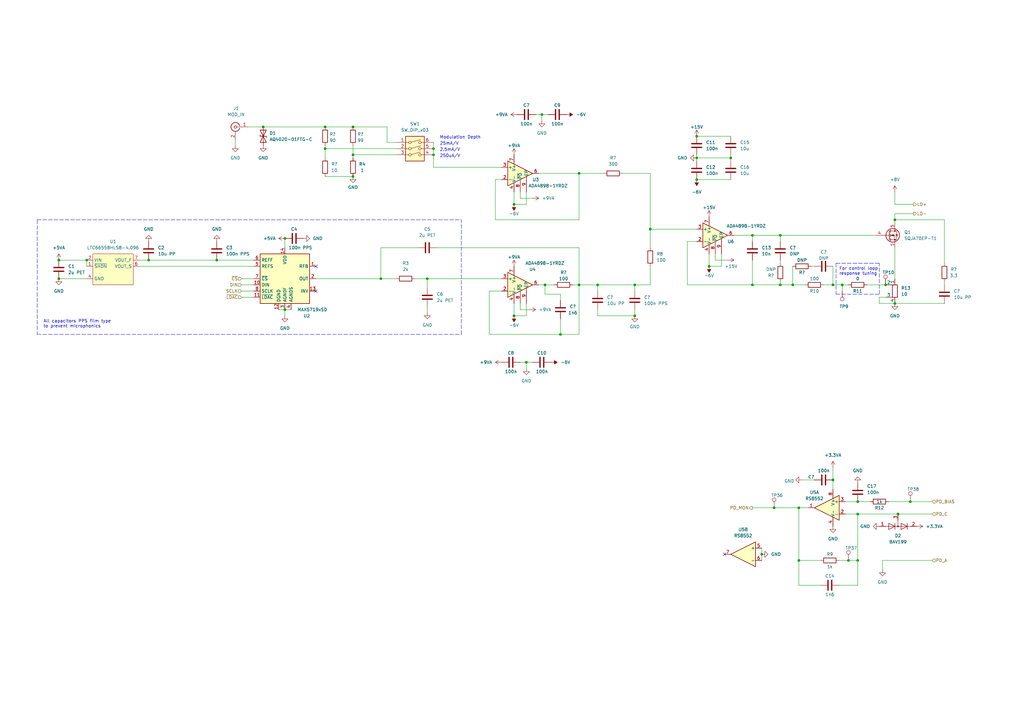
<source format=kicad_sch>
(kicad_sch (version 20211123) (generator eeschema)
  (paper "A3")
  (title_block (title "Kirdy") (date "2022-07-03") (rev "r0.1") (company "M-Labs") (comment 1 "Alex Wong Tat Hang"))
  (lib_symbols
    (symbol "Amplifier_Operational:ADA4898-1YRDZ" (pin_names (offset 0.127))
      (property "Reference" "U" (at 3.81 3.81 0))
      (property "Value" "ADA4898-1YRDZ" (at 11.43 -2.54 0))
      (symbol "ADA4898-1YRDZ_1_1"
        (polyline (pts (xy -5.08 5.08) (xy 5.08 0) (xy -5.08 -5.08) (xy -5.08 5.08)) (stroke (width 0.254)) (fill (type background)))
        (pin input line (at -7.62 -2.54 0) (length 2.54) (name "-") (number "2"))
        (pin input line (at -7.62 2.54 0) (length 2.54) (name "+") (number "3"))
        (pin power_in line (at -2.54 -7.62 90) (length 3.81) (name "V-") (number "4"))
        (pin output line (at 7.62 0 180) (length 2.54) (name "~") (number "6"))
        (pin power_in line (at -2.54 7.62 270) (length 3.81) (name "V+") (number "7"))
        (pin input line (at 0 -7.62 90) (length 5.08) (name "~{PD}") (number "8"))
        (pin passive line (at 2.54 -7.62 90) (length 6.35) (name "EP") (number "9"))
      )
    )
    (symbol "Analog_DAC:MAX5719xSD"
      (property "Reference" "U" (at -10.16 11.43 0))
      (property "Value" "MAX5719xSD" (at 1.27 11.43 0))
      (symbol "MAX5719xSD_0_1"
        (rectangle (start -10.16 10.16) (end 10.16 -10.16) (stroke (width 0.254)) (fill (type background)))
      )
      (symbol "MAX5719xSD_1_1"
        (pin passive line (at 12.7 5.08 180) (length 2.54) (name "RFB") (number "1"))
        (pin input line (at -12.7 -2.54 0) (length 2.54) (name "DIN") (number "10"))
        (pin input line (at -12.7 -7.62 0) (length 2.54) (name "~{LDAC}") (number "11"))
        (pin power_in line (at -2.54 -12.7 90) (length 2.54) (name "DGND") (number "12"))
        (pin passive line (at 12.7 -5.08 180) (length 2.54) (name "INV") (number "13"))
        (pin power_in line (at 0 12.7 270) (length 2.54) (name "VDD") (number "14"))
        (pin output line (at 12.7 0 180) (length 2.54) (name "OUT") (number "2"))
        (pin power_in line (at 0 -12.7 90) (length 2.54) (name "AGNDF") (number "3"))
        (pin power_in line (at 2.54 -12.7 90) (length 2.54) (name "AGNDS") (number "4"))
        (pin input line (at -12.7 5.08 0) (length 2.54) (name "REFS") (number "5"))
        (pin input line (at -12.7 7.62 0) (length 2.54) (name "REFF") (number "6"))
        (pin input line (at -12.7 0 0) (length 2.54) (name "~{CS}") (number "7"))
        (pin input line (at -12.7 -5.08 0) (length 2.54) (name "SCLK") (number "8"))
        (pin no_connect line (at 10.16 -7.62 180) (length 2.54) hide (name "NC") (number "9"))
      )
    )
    (symbol "Connector:Conn_Coaxial" (pin_names (offset 1.016) hide)
      (property "Reference" "J" (at 0.254 3.048 0))
      (property "Value" "Conn_Coaxial" (at 2.921 0 90))
      (symbol "Conn_Coaxial_0_1"
        (arc (start -1.778 -0.508) (mid 0.222 -1.808) (end 1.778 0) (stroke (width 0.254)))
        (polyline (pts (xy -2.54 0) (xy -0.508 0)))
        (polyline (pts (xy 0 -2.54) (xy 0 -1.778)))
        (circle (center 0 0) (radius 0.508) (stroke (width 0.2032)))
        (arc (start 1.778 0) (mid 0.222 1.8083) (end -1.778 0.508) (stroke (width 0.254)))
      )
      (symbol "Conn_Coaxial_1_1"
        (pin passive line (at -5.08 0 0) (length 2.54) (name "In") (number "1"))
        (pin passive line (at 0 -5.08 90) (length 2.54) (name "Ext") (number "2"))
      )
    )
    (symbol "Connector:TestPoint" (pin_numbers hide) (pin_names (offset 0.762) hide)
      (property "Reference" "TP" (at 0 6.858 0))
      (property "Value" "TestPoint" (at 0 5.08 0))
      (symbol "TestPoint_0_1"
        (circle (center 0 3.302) (radius 0.762))
      )
      (symbol "TestPoint_1_1"
        (pin passive line (at 0 0 90) (length 2.54) (name "1") (number "1"))
      )
    )
    (symbol "Device:C" (pin_numbers hide) (pin_names (offset 0.254))
      (property "Reference" "C" (at 0.635 2.54 0))
      (property "Value" "C" (at 0.635 -2.54 0))
      (symbol "C_0_1"
        (polyline (pts (xy -2.032 -0.762) (xy 2.032 -0.762)) (stroke (width 0.508)))
        (polyline (pts (xy -2.032 0.762) (xy 2.032 0.762)) (stroke (width 0.508)))
      )
      (symbol "C_1_1"
        (pin passive line (at 0 3.81 270) (length 2.794) (name "~") (number "1"))
        (pin passive line (at 0 -3.81 90) (length 2.794) (name "~") (number "2"))
      )
    )
    (symbol "Device:D_TVS" (pin_numbers hide) (pin_names (offset 1.016) hide)
      (property "Reference" "D" (at 0 2.54 0))
      (property "Value" "D_TVS" (at 0 -2.54 0))
      (symbol "D_TVS_0_1"
        (polyline (pts (xy 1.27 0) (xy -1.27 0)))
        (polyline (pts (xy 0.508 1.27) (xy 0 1.27) (xy 0 -1.27) (xy -0.508 -1.27)) (stroke (width 0.254)))
        (polyline (pts (xy -2.54 1.27) (xy -2.54 -1.27) (xy 2.54 1.27) (xy 2.54 -1.27) (xy -2.54 1.27)) (stroke (width 0.254)))
      )
      (symbol "D_TVS_1_1"
        (pin passive line (at -3.81 0 0) (length 2.54) (name "A1") (number "1"))
        (pin passive line (at 3.81 0 180) (length 2.54) (name "A2") (number "2"))
      )
    )
    (symbol "Device:R" (pin_numbers hide) (pin_names (offset 0))
      (property "Reference" "R" (at 2.032 0 90))
      (property "Value" "R" (at 0 0 90))
      (symbol "R_0_1"
        (rectangle (start -1.016 -2.54) (end 1.016 2.54) (stroke (width 0.254)))
      )
      (symbol "R_1_1"
        (pin passive line (at 0 3.81 270) (length 1.27) (name "~") (number "1"))
        (pin passive line (at 0 -3.81 90) (length 1.27) (name "~") (number "2"))
      )
    )
    (symbol "Device:R_Shunt" (pin_numbers hide) (pin_names (offset 0))
      (property "Reference" "R" (at -4.445 0 90))
      (property "Value" "R_Shunt" (at -2.54 0 90))
      (symbol "R_Shunt_0_1"
        (rectangle (start -1.016 -2.54) (end 1.016 2.54) (stroke (width 0.254)))
        (polyline (pts (xy 0 -2.54) (xy 1.27 -2.54)))
        (polyline (pts (xy 1.27 2.54) (xy 0 2.54)))
      )
      (symbol "R_Shunt_1_1"
        (pin passive line (at 0 5.08 270) (length 2.54) (name "1") (number "1"))
        (pin passive line (at 3.81 2.54 180) (length 2.54) (name "2") (number "2"))
        (pin passive line (at 3.81 -2.54 180) (length 2.54) (name "3") (number "3"))
        (pin passive line (at 0 -5.08 90) (length 2.54) (name "4") (number "4"))
      )
    )
    (symbol "Diode:BAV99" (pin_names hide)
      (property "Reference" "D" (at 0 5.08 0))
      (property "Value" "BAV99" (at 0 2.54 0))
      (symbol "BAV99_0_1"
        (polyline (pts (xy -5.08 0) (xy 5.08 0)))
      )
      (symbol "BAV99_1_1"
        (polyline (pts (xy 0 0) (xy 0 -2.54)))
        (polyline (pts (xy -1.27 -1.27) (xy -1.27 1.27) (xy -1.27 1.27)) (stroke (width 0.2032)))
        (polyline (pts (xy 3.81 1.27) (xy 3.81 -1.27) (xy 3.81 -1.27)) (stroke (width 0.2032)))
        (polyline (pts (xy -3.81 1.27) (xy -1.27 0) (xy -3.81 -1.27) (xy -3.81 1.27) (xy -3.81 1.27) (xy -3.81 1.27)) (stroke (width 0.2032)))
        (polyline (pts (xy 1.27 1.27) (xy 3.81 0) (xy 1.27 -1.27) (xy 1.27 1.27) (xy 1.27 1.27) (xy 1.27 1.27)) (stroke (width 0.2032)))
        (circle (center 0 0) (radius 0.254) (fill (type outline)))
        (pin passive line (at -7.62 0 0) (length 2.54) (name "K") (number "1"))
        (pin passive line (at 7.62 0 180) (length 2.54) (name "A") (number "2"))
        (pin passive line (at 0 -5.08 90) (length 2.54) (name "K") (number "3"))
      )
    )
    (symbol "Switch:SW_DIP_x03" (pin_names (offset 0) hide)
      (property "Reference" "SW" (at 0 8.89 0))
      (property "Value" "SW_DIP_x03" (at 0 -3.81 0))
      (symbol "SW_DIP_x03_0_0"
        (circle (center -2.032 0) (radius 0.508))
        (circle (center -2.032 2.54) (radius 0.508))
        (circle (center -2.032 5.08) (radius 0.508))
        (polyline (pts (xy -1.524 0.127) (xy 2.3622 1.1684)))
        (polyline (pts (xy -1.524 2.667) (xy 2.3622 3.7084)))
        (polyline (pts (xy -1.524 5.207) (xy 2.3622 6.2484)))
        (circle (center 2.032 0) (radius 0.508))
        (circle (center 2.032 2.54) (radius 0.508))
        (circle (center 2.032 5.08) (radius 0.508))
      )
      (symbol "SW_DIP_x03_0_1"
        (rectangle (start -3.81 7.62) (end 3.81 -2.54) (stroke (width 0.254)) (fill (type background)))
      )
      (symbol "SW_DIP_x03_1_1"
        (pin passive line (at -7.62 5.08 0) (length 5.08) (name "~") (number "1"))
        (pin passive line (at -7.62 2.54 0) (length 5.08) (name "~") (number "2"))
        (pin passive line (at -7.62 0 0) (length 5.08) (name "~") (number "3"))
        (pin passive line (at 7.62 0 180) (length 5.08) (name "~") (number "4"))
        (pin passive line (at 7.62 2.54 180) (length 5.08) (name "~") (number "5"))
        (pin passive line (at 7.62 5.08 180) (length 5.08) (name "~") (number "6"))
      )
    )
    (symbol "Transistor_FET:CSD17507Q5A" (pin_names hide)
      (property "Reference" "Q" (at 5.08 1.905 0))
      (property "Value" "CSD17507Q5A" (at 5.08 0 0))
      (symbol "CSD17507Q5A_0_1"
        (polyline (pts (xy 0.254 0) (xy -2.54 0)))
        (polyline (pts (xy 0.254 1.905) (xy 0.254 -1.905)) (stroke (width 0.254)))
        (polyline (pts (xy 0.762 -1.27) (xy 0.762 -2.286)) (stroke (width 0.254)))
        (polyline (pts (xy 0.762 0.508) (xy 0.762 -0.508)) (stroke (width 0.254)))
        (polyline (pts (xy 0.762 2.286) (xy 0.762 1.27)) (stroke (width 0.254)))
        (polyline (pts (xy 2.54 2.54) (xy 2.54 1.778)))
        (polyline (pts (xy 2.54 -2.54) (xy 2.54 0) (xy 0.762 0)))
        (polyline (pts (xy 0.762 -1.778) (xy 3.302 -1.778) (xy 3.302 1.778) (xy 0.762 1.778)))
        (polyline (pts (xy 1.016 0) (xy 2.032 0.381) (xy 2.032 -0.381) (xy 1.016 0)) (fill (type outline)))
        (polyline (pts (xy 2.794 0.508) (xy 2.921 0.381) (xy 3.683 0.381) (xy 3.81 0.254)))
        (polyline (pts (xy 3.302 0.381) (xy 2.921 -0.254) (xy 3.683 -0.254) (xy 3.302 0.381)))
        (circle (center 1.651 0) (radius 2.794) (stroke (width 0.254)))
        (circle (center 2.54 -1.778) (radius 0.254) (fill (type outline)))
        (circle (center 2.54 1.778) (radius 0.254) (fill (type outline)))
      )
      (symbol "CSD17507Q5A_1_1"
        (pin passive line (at 2.54 -5.08 90) (length 2.54) (name "S") (number "1"))
        (pin passive line (at 2.54 -5.08 90) (length 2.54) hide (name "S") (number "2"))
        (pin passive line (at 2.54 -5.08 90) (length 2.54) hide (name "S") (number "3"))
        (pin passive line (at -5.08 0 0) (length 2.54) (name "G") (number "4"))
        (pin passive line (at 2.54 5.08 270) (length 2.54) (name "D") (number "5"))
      )
    )
    (symbol "kirdy:LTC6655"
      (property "Reference" "U" (at 0 -10.16 0))
      (property "Value" "LTC6655" (at 0 -7.62 0))
      (symbol "LTC6655_0_0"
        (pin input line (at -10.16 2.54 0) (length 2.54) (name "~{SHDN}") (number "1"))
        (pin power_in line (at -10.16 5.08 0) (length 2.54) (name "VIN") (number "2"))
        (pin power_in line (at -10.16 -2.54 0) (length 2.54) hide (name "GND") (number "3"))
        (pin power_in line (at -10.16 -2.54 0) (length 2.54) (name "GND") (number "4"))
        (pin power_in line (at -10.16 -2.54 0) (length 2.54) hide (name "GND") (number "5"))
        (pin passive line (at 11.43 2.54 180) (length 2.54) (name "VOUT_S") (number "6"))
        (pin output line (at 11.43 5.08 180) (length 2.54) (name "VOUT_F") (number "7"))
        (pin power_in line (at -10.16 -2.54 0) (length 2.54) hide (name "GND") (number "8"))
      )
      (symbol "LTC6655_0_1"
        (rectangle (start -7.62 7.62) (end 8.89 -5.08) (fill (type background)))
      )
    )
    (symbol "kirdy:RS8552" (pin_names (offset 0.127))
      (property "Reference" "U" (at 0 5.08 0))
      (property "Value" "RS8552" (at 0 -5.08 0))
      (symbol "RS8552_1_1"
        (polyline (pts (xy -5.08 5.08) (xy 5.08 0) (xy -5.08 -5.08) (xy -5.08 5.08)) (stroke (width 0.254)) (fill (type background)))
        (pin output line (at 7.62 0 180) (length 2.54) (name "~") (number "1"))
        (pin input line (at -7.62 -2.54 0) (length 2.54) (name "-") (number "2"))
        (pin input line (at -7.62 2.54 0) (length 2.54) (name "+") (number "3"))
      )
      (symbol "RS8552_2_1"
        (polyline (pts (xy -5.08 5.08) (xy 5.08 0) (xy -5.08 -5.08) (xy -5.08 5.08)) (stroke (width 0.254)) (fill (type background)))
        (pin input line (at -7.62 2.54 0) (length 2.54) (name "+") (number "5"))
        (pin input line (at -7.62 -2.54 0) (length 2.54) (name "-") (number "6"))
        (pin output line (at 7.62 0 180) (length 2.54) (name "~") (number "7"))
      )
      (symbol "RS8552_3_1"
        (pin power_in line (at -2.54 -7.62 90) (length 3.81) (name "V-") (number "4"))
        (pin power_in line (at -2.54 7.62 270) (length 3.81) (name "V+") (number "8"))
      )
    )
    (symbol "power:+15V" (power) (pin_names (offset 0))
      (property "Value" "+15V" (at 0 3.556 0))
      (symbol "+15V_0_1"
        (polyline (pts (xy -0.762 1.27) (xy 0 2.54)))
        (polyline (pts (xy 0 0) (xy 0 2.54)))
        (polyline (pts (xy 0 2.54) (xy 0.762 1.27)))
      )
      (symbol "+15V_1_1"
        (pin power_in line (at 0 0 90) (length 0) hide (name "+15V") (number "1"))
      )
    )
    (symbol "power:+3.3VA" (power) (pin_names (offset 0))
      (property "Value" "+3.3VA" (at 0 3.556 0))
      (symbol "+3.3VA_0_1"
        (polyline (pts (xy -0.762 1.27) (xy 0 2.54)))
        (polyline (pts (xy 0 0) (xy 0 2.54)))
        (polyline (pts (xy 0 2.54) (xy 0.762 1.27)))
      )
      (symbol "+3.3VA_1_1"
        (pin power_in line (at 0 0 90) (length 0) hide (name "+3.3VA") (number "1"))
      )
    )
    (symbol "power:+5VA" (power) (pin_names (offset 0))
      (property "Value" "+5VA" (at 0 3.556 0))
      (symbol "+5VA_0_1"
        (polyline (pts (xy -0.762 1.27) (xy 0 2.54)))
        (polyline (pts (xy 0 0) (xy 0 2.54)))
        (polyline (pts (xy 0 2.54) (xy 0.762 1.27)))
      )
      (symbol "+5VA_1_1"
        (pin power_in line (at 0 0 90) (length 0) hide (name "+5VA") (number "1"))
      )
    )
    (symbol "power:+8V" (power) (pin_names (offset 0))
      (property "Value" "+8V" (at 0 3.556 0))
      (symbol "+8V_0_1"
        (polyline (pts (xy -0.762 1.27) (xy 0 2.54)))
        (polyline (pts (xy 0 0) (xy 0 2.54)))
        (polyline (pts (xy 0 2.54) (xy 0.762 1.27)))
      )
      (symbol "+8V_1_1"
        (pin power_in line (at 0 0 90) (length 0) hide (name "+8V") (number "1"))
      )
    )
    (symbol "power:+9VA" (power) (pin_names (offset 0))
      (property "Value" "+9VA" (at 0 3.81 0))
      (symbol "+9VA_0_1"
        (polyline (pts (xy -0.762 1.27) (xy 0 2.54)))
        (polyline (pts (xy 0 0) (xy 0 2.54)))
        (polyline (pts (xy 0 2.54) (xy 0.762 1.27)))
      )
      (symbol "+9VA_1_1"
        (pin power_in line (at 0 0 90) (length 0) hide (name "+9VA") (number "1"))
      )
    )
    (symbol "power:-6V" (power) (pin_names (offset 0))
      (property "Value" "-6V" (at 0 3.81 0))
      (symbol "-6V_0_0"
        (pin power_in line (at 0 0 90) (length 0) hide (name "-6V") (number "1"))
      )
      (symbol "-6V_0_1"
        (polyline (pts (xy 0 0) (xy 0 1.27) (xy 0.762 1.27) (xy 0 2.54) (xy -0.762 1.27) (xy 0 1.27)) (fill (type outline)))
      )
    )
    (symbol "power:GND" (power) (pin_names (offset 0))
      (property "Value" "GND" (at 0 -3.81 0))
      (symbol "GND_0_1"
        (polyline (pts (xy 0 0) (xy 0 -1.27) (xy 1.27 -1.27) (xy 0 -2.54) (xy -1.27 -1.27) (xy 0 -1.27)))
      )
      (symbol "GND_1_1"
        (pin power_in line (at 0 0 270) (length 0) hide (name "GND") (number "1"))
      )
    )
  )
  (junction (at 290.83 109.22))
  (junction (at 144.78 72.39))
  (junction (at 237.49 71.12))
  (junction (at 363.22 116.84))
  (junction (at 285.75 64.77))
  (junction (at 347.98 229.87))
  (junction (at 223.52 116.84))
  (junction (at 351.79 205.74))
  (junction (at 116.84 97.79))
  (junction (at 308.61 96.52))
  (junction (at 367.03 90.17))
  (junction (at 107.95 52.07))
  (junction (at 222.25 46.99))
  (junction (at 177.8 63.5))
  (junction (at 260.35 116.84))
  (junction (at 351.79 229.87))
  (junction (at 215.9 148.59))
  (junction (at 320.04 116.84))
  (junction (at 285.75 55.88))
  (junction (at 210.82 129.54))
  (junction (at 144.78 52.07))
  (junction (at 237.49 116.84))
  (junction (at 245.11 116.84))
  (junction (at 210.82 83.82))
  (junction (at 345.44 116.84))
  (junction (at 308.61 116.84))
  (junction (at 156.21 114.3))
  (junction (at 320.04 96.52))
  (junction (at 133.35 52.07))
  (junction (at 373.38 205.74))
  (junction (at 327.66 208.28))
  (junction (at 312.42 227.33))
  (junction (at 351.79 210.82))
  (junction (at 175.26 114.3))
  (junction (at 60.96 106.68))
  (junction (at 299.72 64.77))
  (junction (at 266.7 93.98))
  (junction (at 317.5 208.28))
  (junction (at 35.56 106.68))
  (junction (at 367.03 124.46))
  (junction (at 285.75 73.66))
  (junction (at 88.9 106.68))
  (junction (at 368.3 210.82))
  (junction (at 24.13 114.3))
  (junction (at 260.35 129.54))
  (junction (at 133.35 60.96))
  (junction (at 327.66 229.87))
  (junction (at 325.12 116.84))
  (junction (at 341.63 196.85))
  (junction (at 144.78 63.5))
  (junction (at 116.84 127))
  (junction (at 229.87 137.16))
  (junction (at 24.13 106.68))
  (junction (at 177.8 60.96))
  (junction (at 341.63 116.84))
  (no_connect (at 129.54 119.38))
  (no_connect (at 297.18 227.33))
  (no_connect (at 129.54 109.22))
  (wire (pts (xy 175.26 125.73) (xy 175.26 128.27)))
  (wire (pts (xy 99.06 114.3) (xy 104.14 114.3)))
  (wire (pts (xy 308.61 208.28) (xy 317.5 208.28)))
  (wire (pts (xy 35.56 106.68) (xy 35.56 109.22)))
  (wire (pts (xy 177.8 60.96) (xy 177.8 63.5)))
  (wire (pts (xy 237.49 116.84) (xy 245.11 116.84)))
  (wire (pts (xy 368.3 210.82) (xy 382.27 210.82)))
  (wire (pts (xy 133.35 72.39) (xy 144.78 72.39)))
  (wire (pts (xy 355.6 116.84) (xy 363.22 116.84)))
  (wire (pts (xy 308.61 96.52) (xy 320.04 96.52)))
  (wire (pts (xy 347.98 229.87) (xy 351.79 229.87)))
  (wire (pts (xy 351.79 229.87) (xy 351.79 210.82)))
  (wire (pts (xy 345.44 119.38) (xy 345.44 116.84)))
  (wire (pts (xy 260.35 116.84) (xy 266.7 116.84)))
  (wire (pts (xy 285.75 64.77) (xy 285.75 66.04)))
  (wire (pts (xy 367.03 91.44) (xy 367.03 90.17)))
  (wire (pts (xy 179.07 101.6) (xy 237.49 101.6)))
  (wire (pts (xy 158.75 58.42) (xy 162.56 58.42)))
  (wire (pts (xy 387.35 107.95) (xy 387.35 90.17)))
  (wire (pts (xy 96.52 59.69) (xy 96.52 57.15)))
  (wire (pts (xy 260.35 119.38) (xy 260.35 116.84)))
  (wire (pts (xy 308.61 96.52) (xy 308.61 99.06)))
  (wire (pts (xy 300.99 96.52) (xy 308.61 96.52)))
  (wire (pts (xy 213.36 127) (xy 217.17 127)))
  (wire (pts (xy 144.78 59.69) (xy 144.78 63.5)))
  (wire (pts (xy 266.7 109.22) (xy 266.7 116.84)))
  (wire (pts (xy 387.35 115.57) (xy 387.35 116.84)))
  (wire (pts (xy 320.04 96.52) (xy 359.41 96.52)))
  (wire (pts (xy 101.6 52.07) (xy 107.95 52.07)))
  (polyline (pts (xy 342.9 120.65) (xy 360.68 120.65)))
  (wire (pts (xy 99.06 119.38) (xy 104.14 119.38)))
  (wire (pts (xy 361.95 229.87) (xy 382.27 229.87)))
  (wire (pts (xy 293.37 106.68) (xy 298.45 106.68)))
  (polyline (pts (xy 342.9 107.95) (xy 360.68 107.95)))
  (wire (pts (xy 360.68 121.92) (xy 360.68 124.46)))
  (wire (pts (xy 177.8 58.42) (xy 177.8 60.96)))
  (wire (pts (xy 320.04 106.68) (xy 320.04 107.95)))
  (wire (pts (xy 327.66 229.87) (xy 327.66 208.28)))
  (wire (pts (xy 60.96 106.68) (xy 88.9 106.68)))
  (wire (pts (xy 99.06 116.84) (xy 104.14 116.84)))
  (wire (pts (xy 133.35 59.69) (xy 133.35 60.96)))
  (wire (pts (xy 220.98 71.12) (xy 237.49 71.12)))
  (wire (pts (xy 222.25 46.99) (xy 222.25 49.53)))
  (wire (pts (xy 245.11 116.84) (xy 260.35 116.84)))
  (wire (pts (xy 237.49 90.17) (xy 237.49 71.12)))
  (wire (pts (xy 229.87 137.16) (xy 237.49 137.16)))
  (wire (pts (xy 175.26 114.3) (xy 205.74 114.3)))
  (wire (pts (xy 170.18 114.3) (xy 175.26 114.3)))
  (wire (pts (xy 320.04 96.52) (xy 320.04 99.06)))
  (wire (pts (xy 237.49 137.16) (xy 237.49 116.84)))
  (wire (pts (xy 336.55 240.03) (xy 327.66 240.03)))
  (wire (pts (xy 367.03 87.63) (xy 374.65 87.63)))
  (wire (pts (xy 260.35 129.54) (xy 260.35 127)))
  (wire (pts (xy 57.15 109.22) (xy 104.14 109.22)))
  (wire (pts (xy 144.78 63.5) (xy 162.56 63.5)))
  (wire (pts (xy 234.95 116.84) (xy 237.49 116.84)))
  (wire (pts (xy 299.72 64.77) (xy 285.75 64.77)))
  (wire (pts (xy 222.25 46.99) (xy 224.79 46.99)))
  (wire (pts (xy 200.66 119.38) (xy 200.66 137.16)))
  (wire (pts (xy 215.9 83.82) (xy 215.9 78.74)))
  (wire (pts (xy 210.82 78.74) (xy 210.82 83.82)))
  (wire (pts (xy 215.9 129.54) (xy 215.9 124.46)))
  (wire (pts (xy 156.21 101.6) (xy 156.21 114.3)))
  (wire (pts (xy 373.38 205.74) (xy 382.27 205.74)))
  (wire (pts (xy 171.45 101.6) (xy 156.21 101.6)))
  (polyline (pts (xy 15.24 90.17) (xy 189.23 90.17)))
  (wire (pts (xy 367.03 124.46) (xy 387.35 124.46)))
  (wire (pts (xy 361.95 233.68) (xy 361.95 229.87)))
  (wire (pts (xy 215.9 148.59) (xy 218.44 148.59)))
  (wire (pts (xy 107.95 52.07) (xy 133.35 52.07)))
  (wire (pts (xy 325.12 109.22) (xy 325.12 116.84)))
  (wire (pts (xy 213.36 78.74) (xy 213.36 81.28)))
  (wire (pts (xy 133.35 52.07) (xy 144.78 52.07)))
  (wire (pts (xy 210.82 83.82) (xy 215.9 83.82)))
  (wire (pts (xy 213.36 148.59) (xy 215.9 148.59)))
  (wire (pts (xy 341.63 116.84) (xy 345.44 116.84)))
  (wire (pts (xy 266.7 71.12) (xy 266.7 93.98)))
  (wire (pts (xy 290.83 109.22) (xy 295.91 109.22)))
  (wire (pts (xy 219.71 46.99) (xy 222.25 46.99)))
  (wire (pts (xy 205.74 73.66) (xy 203.2 73.66)))
  (polyline (pts (xy 360.68 120.65) (xy 360.68 107.95)))
  (wire (pts (xy 360.68 121.92) (xy 363.22 121.92)))
  (wire (pts (xy 317.5 208.28) (xy 327.66 208.28)))
  (wire (pts (xy 344.17 229.87) (xy 347.98 229.87)))
  (wire (pts (xy 57.15 106.68) (xy 60.96 106.68)))
  (wire (pts (xy 200.66 137.16) (xy 229.87 137.16)))
  (wire (pts (xy 213.36 124.46) (xy 213.36 127)))
  (wire (pts (xy 129.54 114.3) (xy 156.21 114.3)))
  (wire (pts (xy 229.87 120.65) (xy 223.52 120.65)))
  (wire (pts (xy 88.9 106.68) (xy 104.14 106.68)))
  (wire (pts (xy 337.82 116.84) (xy 341.63 116.84)))
  (wire (pts (xy 364.49 205.74) (xy 373.38 205.74)))
  (wire (pts (xy 255.27 71.12) (xy 266.7 71.12)))
  (wire (pts (xy 24.13 106.68) (xy 35.56 106.68)))
  (wire (pts (xy 341.63 191.77) (xy 341.63 196.85)))
  (wire (pts (xy 24.13 114.3) (xy 35.56 114.3)))
  (wire (pts (xy 346.71 205.74) (xy 351.79 205.74)))
  (wire (pts (xy 387.35 90.17) (xy 367.03 90.17)))
  (wire (pts (xy 210.82 129.54) (xy 215.9 129.54)))
  (wire (pts (xy 144.78 63.5) (xy 144.78 64.77)))
  (wire (pts (xy 290.83 104.14) (xy 290.83 109.22)))
  (polyline (pts (xy 15.24 90.17) (xy 15.24 137.16)))
  (wire (pts (xy 345.44 116.84) (xy 347.98 116.84)))
  (wire (pts (xy 133.35 60.96) (xy 162.56 60.96)))
  (wire (pts (xy 281.94 116.84) (xy 281.94 99.06)))
  (wire (pts (xy 327.66 240.03) (xy 327.66 229.87)))
  (wire (pts (xy 116.84 97.79) (xy 116.84 101.6)))
  (wire (pts (xy 293.37 104.14) (xy 293.37 106.68)))
  (wire (pts (xy 177.8 68.58) (xy 205.74 68.58)))
  (wire (pts (xy 327.66 229.87) (xy 336.55 229.87)))
  (polyline (pts (xy 342.9 107.95) (xy 342.9 120.65)))
  (wire (pts (xy 237.49 71.12) (xy 247.65 71.12)))
  (wire (pts (xy 351.79 205.74) (xy 356.87 205.74)))
  (wire (pts (xy 325.12 116.84) (xy 330.2 116.84)))
  (wire (pts (xy 312.42 224.79) (xy 312.42 227.33)))
  (wire (pts (xy 367.03 83.82) (xy 374.65 83.82)))
  (wire (pts (xy 308.61 116.84) (xy 281.94 116.84)))
  (wire (pts (xy 203.2 90.17) (xy 237.49 90.17)))
  (wire (pts (xy 114.3 127) (xy 116.84 127)))
  (wire (pts (xy 312.42 227.33) (xy 312.42 229.87)))
  (wire (pts (xy 266.7 93.98) (xy 285.75 93.98)))
  (wire (pts (xy 99.06 121.92) (xy 104.14 121.92)))
  (wire (pts (xy 156.21 114.3) (xy 162.56 114.3)))
  (wire (pts (xy 213.36 81.28) (xy 218.44 81.28)))
  (wire (pts (xy 266.7 93.98) (xy 266.7 101.6)))
  (polyline (pts (xy 15.24 137.16) (xy 189.23 137.16)))
  (wire (pts (xy 245.11 127) (xy 245.11 129.54)))
  (wire (pts (xy 320.04 115.57) (xy 320.04 116.84)))
  (wire (pts (xy 367.03 90.17) (xy 367.03 87.63)))
  (wire (pts (xy 328.93 196.85) (xy 334.01 196.85)))
  (wire (pts (xy 344.17 240.03) (xy 351.79 240.03)))
  (wire (pts (xy 210.82 124.46) (xy 210.82 129.54)))
  (wire (pts (xy 341.63 196.85) (xy 341.63 200.66)))
  (wire (pts (xy 245.11 119.38) (xy 245.11 116.84)))
  (wire (pts (xy 346.71 210.82) (xy 351.79 210.82)))
  (wire (pts (xy 223.52 120.65) (xy 223.52 116.84)))
  (wire (pts (xy 341.63 109.22) (xy 341.63 116.84)))
  (wire (pts (xy 351.79 240.03) (xy 351.79 229.87)))
  (wire (pts (xy 327.66 208.28) (xy 331.47 208.28)))
  (wire (pts (xy 229.87 130.81) (xy 229.87 137.16)))
  (wire (pts (xy 299.72 63.5) (xy 299.72 64.77)))
  (wire (pts (xy 367.03 78.74) (xy 367.03 83.82)))
  (wire (pts (xy 332.74 109.22) (xy 334.01 109.22)))
  (wire (pts (xy 133.35 60.96) (xy 133.35 64.77)))
  (wire (pts (xy 116.84 127) (xy 116.84 129.54)))
  (wire (pts (xy 237.49 101.6) (xy 237.49 116.84)))
  (wire (pts (xy 299.72 64.77) (xy 299.72 66.04)))
  (wire (pts (xy 175.26 114.3) (xy 175.26 118.11)))
  (wire (pts (xy 177.8 63.5) (xy 177.8 68.58)))
  (wire (pts (xy 144.78 52.07) (xy 158.75 52.07)))
  (wire (pts (xy 223.52 116.84) (xy 227.33 116.84)))
  (wire (pts (xy 360.68 124.46) (xy 367.03 124.46)))
  (wire (pts (xy 205.74 119.38) (xy 200.66 119.38)))
  (wire (pts (xy 285.75 63.5) (xy 285.75 64.77)))
  (wire (pts (xy 245.11 129.54) (xy 260.35 129.54)))
  (wire (pts (xy 285.75 55.88) (xy 299.72 55.88)))
  (wire (pts (xy 351.79 210.82) (xy 368.3 210.82)))
  (wire (pts (xy 308.61 116.84) (xy 320.04 116.84)))
  (wire (pts (xy 229.87 123.19) (xy 229.87 120.65)))
  (wire (pts (xy 285.75 73.66) (xy 299.72 73.66)))
  (wire (pts (xy 220.98 116.84) (xy 223.52 116.84)))
  (wire (pts (xy 367.03 101.6) (xy 367.03 114.3)))
  (wire (pts (xy 158.75 52.07) (xy 158.75 58.42)))
  (wire (pts (xy 295.91 109.22) (xy 295.91 104.14)))
  (wire (pts (xy 308.61 106.68) (xy 308.61 116.84)))
  (wire (pts (xy 215.9 148.59) (xy 215.9 151.13)))
  (wire (pts (xy 320.04 116.84) (xy 325.12 116.84)))
  (polyline (pts (xy 189.23 137.16) (xy 189.23 90.17)))
  (wire (pts (xy 116.84 127) (xy 119.38 127)))
  (wire (pts (xy 203.2 73.66) (xy 203.2 90.17)))
  (wire (pts (xy 281.94 99.06) (xy 285.75 99.06)))
  (text "250uA/V" (at 180.34 64.77 0) (effects (font (size 1.27 1.27)) (justify left bottom)))
  (text "All capacitors PPS film type\nto prevent microphonics " (at 17.78 134.62 0) (effects (font (size 1.27 1.27)) (justify left bottom)))
  (text "2.5mA/V" (at 180.34 62.23 0) (effects (font (size 1.27 1.27)) (justify left bottom)))
  (text "For control loop\nresponse tuning" (at 344.17 113.03 0) (effects (font (size 1.27 1.27)) (justify left bottom)))
  (text "25mA/V" (at 180.34 59.69 0) (effects (font (size 1.27 1.27)) (justify left bottom)))
  (text "Modulation Depth" (at 180.34 57.15 0) (effects (font (size 1.27 1.27)) (justify left bottom)))
  (hierarchical_label "~{LDAC}" (shape input) (at 99.06 121.92 180))
  (hierarchical_label "PD_BIAS" (shape input) (at 382.27 205.74 0))
  (hierarchical_label "LD+" (shape output) (at 374.65 83.82 0))
  (hierarchical_label "SCLK" (shape input) (at 99.06 119.38 180))
  (hierarchical_label "PD_MON" (shape output) (at 308.61 208.28 180))
  (hierarchical_label "PD_C" (shape input) (at 382.27 210.82 0))
  (hierarchical_label "PD_A" (shape input) (at 382.27 229.87 0))
  (hierarchical_label "DIN" (shape input) (at 99.06 116.84 180))
  (hierarchical_label "LD-" (shape output) (at 374.65 87.63 0))
  (hierarchical_label "~{CS}" (shape input) (at 99.06 114.3 180))
  (symbol (lib_id "Connector:TestPoint") (at 363.22 116.84 0) (unit 1)
    (property "Reference" "TP10" (at 361.95 111.76 0) (effects (justify left)))
    (property "Value" "TestPoint" (effects hide))
    (property "Footprint" "TestPoint:TestPoint_Pad_2.0x2.0mm" (effects hide))
  )
  (symbol (lib_id "Device:C") (at 351.79 201.93 0) (unit 1)
    (property "Reference" "C17" (at 355.6 199.39 0) (effects (justify left)))
    (property "Value" "100n" (at 355.6 201.93 0) (effects (justify left)))
    (property "Footprint" "Capacitor_SMD:C_0603_1608Metric" (effects hide))
    (property "MFR_PN" "CL10B104KB8NNWC" (effects hide))
    (property "MFR_PN_ALT" "CL10B104KB8NNNL" (effects hide))
  )
  (symbol (lib_id "Device:R") (at 320.04 111.76 180) (unit 1)
    (property "Reference" "R?" (at 316.23 113.03 0))
    (property "Value" "DNP" (at 316.23 110.49 0))
    (property "Footprint" "Resistor_SMD:R_0603_1608Metric" (effects hide))
  )
  (symbol (lib_id "Diode:BAV99") (at 368.3 215.9 0) (mirror x) (unit 1)
    (property "Reference" "D2" (at 368.3 219.71 0))
    (property "Value" "BAV199" (at 368.3 222.25 0))
    (property "Footprint" "Package_TO_SOT_SMD:SOT-23" (effects hide))
    (property "Datasheet" "https://assets.nexperia.com/documents/data-sheet/BAV99_SER.pdf" (effects hide))
    (property "MFR_PN" "BAV199W-7" (effects hide))
    (property "MFR_PN_ALT" "BAV199E6327HTSA1" (effects hide))
  )
  (symbol (lib_id "power:GND") (at 328.93 196.85 270) (unit 1)
    (property "Reference" "#PWR?" (effects hide))
    (property "Value" "GND" (at 325.7551 197.2838 90) (effects (justify right)))
  )
  (symbol (lib_id "power:GND") (at 360.68 215.9 270) (unit 1)
    (property "Reference" "#PWR036" (effects hide))
    (property "Value" "GND" (at 356.87 215.8999 90) (effects (justify right)))
  )
  (symbol (lib_id "power:-6V") (at 232.41 46.99 270) (unit 1)
    (property "Reference" "#PWR022" (effects hide))
    (property "Value" "-6V" (at 236.22 46.9899 90) (effects (justify left)))
  )
  (symbol (lib_id "Device:C") (at 175.26 101.6 90) (unit 1)
    (property "Reference" "C5" (at 175.26 93.98 90))
    (property "Value" "2u PET" (at 175.26 96.52 90))
    (property "Footprint" "Capacitor_SMD:C_1812_4532Metric" (effects hide))
    (property "MFR_PN" "35MU225MC14532" (effects hide))
  )
  (symbol (lib_id "power:+15V") (at 285.75 55.88 0) (unit 1)
    (property "Reference" "#PWR028" (effects hide))
    (property "Value" "+15V" (at 285.75 52.07 0))
  )
  (symbol (lib_id "Device:R") (at 351.79 116.84 90) (unit 1)
    (property "Reference" "R11" (at 351.79 119.38 90))
    (property "Value" "0" (at 351.79 114.3 90))
    (property "Footprint" "Resistor_SMD:R_0603_1608Metric" (effects hide))
    (property "MFR_PN" "RMCF0603ZT0R00" (effects hide))
    (property "MFR_PN_ALT" "CR0603-J/-000ELF" (effects hide))
  )
  (symbol (lib_id "power:-6V") (at 226.06 148.59 270) (unit 1)
    (property "Reference" "#PWR023" (effects hide))
    (property "Value" "-6V" (at 229.87 148.5899 90) (effects (justify left)))
  )
  (symbol (lib_id "Device:C") (at 228.6 46.99 90) (unit 1)
    (property "Reference" "C9" (at 228.6 43.18 90))
    (property "Value" "100n" (at 228.6 50.8 90))
    (property "Footprint" "Capacitor_SMD:C_0603_1608Metric" (effects hide))
    (property "MFR_PN" "CL10B104KB8NNWC" (effects hide))
    (property "MFR_PN_ALT" "CL10B104KB8NNNL" (effects hide))
  )
  (symbol (lib_id "power:GND") (at 351.79 198.12 180) (unit 1)
    (property "Reference" "#PWR033" (effects hide))
    (property "Value" "GND" (at 351.79 193.04 0))
  )
  (symbol (lib_id "power:+5VA") (at 24.13 106.68 0) (unit 1)
    (property "Reference" "#PWR01" (effects hide))
    (property "Value" "+5VA" (at 24.13 101.6 0))
  )
  (symbol (lib_id "Device:C") (at 299.72 69.85 0) (unit 1)
    (property "Reference" "C16" (at 303.53 68.5799 0) (effects (justify left)))
    (property "Value" "10u" (at 303.53 71.1199 0) (effects (justify left)))
    (property "Footprint" "Capacitor_SMD:C_0805_2012Metric" (effects hide))
    (property "MFR_PN" "CL21B106KOQNNNG" (effects hide))
    (property "MFR_PN_ALT" "CL21B106KOQNNNE" (effects hide))
  )
  (symbol (lib_id "Device:C") (at 60.96 102.87 0) (unit 1)
    (property "Reference" "C2" (at 64.77 101.5999 0) (effects (justify left)))
    (property "Value" "10u PP" (at 64.77 104.1399 0) (effects (justify left)))
    (property "Footprint" "Capacitor_SMD:C_1812_4532Metric" (effects hide))
    (property "MFR_PN" "16MU106MC44532" (effects hide))
  )
  (symbol (lib_id "Connector:TestPoint") (at 345.44 119.38 180) (unit 1)
    (property "Reference" "TP9" (at 347.98 125.73 0) (effects (justify left)))
    (property "Value" "TestPoint" (effects hide))
    (property "Footprint" "TestPoint:TestPoint_Pad_2.0x2.0mm" (effects hide))
  )
  (symbol (lib_id "Device:C") (at 320.04 102.87 0) (unit 1)
    (property "Reference" "C?" (at 323.85 101.5999 0) (effects (justify left)))
    (property "Value" "DNP" (at 323.85 104.1399 0) (effects (justify left)))
    (property "Footprint" "Capacitor_SMD:C_0603_1608Metric" (effects hide))
  )
  (symbol (lib_id "Device:R") (at 334.01 116.84 90) (unit 1)
    (property "Reference" "R10" (at 334.01 119.38 90))
    (property "Value" "100" (at 334.01 114.3 90))
    (property "Footprint" "Resistor_SMD:R_0603_1608Metric" (effects hide))
    (property "MFR_PN" "WR06X1000FTL" (effects hide))
    (property "MFR_PN_ALT" "RMCF0603FT100R" (effects hide))
  )
  (symbol (lib_id "Device:R") (at 387.35 111.76 180) (unit 1)
    (property "Reference" "R?" (at 391.16 110.49 0))
    (property "Value" "3.3" (at 391.16 113.03 0))
    (property "Footprint" "Resistor_SMD:R_0603_1608Metric" (effects hide))
  )
  (symbol (lib_id "power:GND") (at 116.84 129.54 0) (unit 1)
    (property "Reference" "#PWR06" (effects hide))
    (property "Value" "GND" (at 116.84 134.62 0))
  )
  (symbol (lib_id "Amplifier_Operational:ADA4898-1YRDZ") (at 293.37 96.52 0) (unit 1)
    (property "Reference" "U6" (at 299.72 99.06 0))
    (property "Value" "ADA4898-1YRDZ" (at 306.07 92.71 0))
    (property "Footprint" "Package_SO:SOIC-8-1EP_3.9x4.9mm_P1.27mm_EP2.29x3mm" (effects hide))
    (property "Datasheet" "https://www.analog.com/media/en/technical-documentation/data-sheets/ada4898-1_4898-2.pdf" (effects hide))
    (property "MFR_PN" "ADA4898-1YRDZ" (effects hide))
  )
  (symbol (lib_id "Device:C") (at 308.61 102.87 0) (unit 1)
    (property "Reference" "C13" (at 312.42 101.5999 0) (effects (justify left)))
    (property "Value" "10n" (at 312.42 104.1399 0) (effects (justify left)))
    (property "Footprint" "Capacitor_SMD:C_0603_1608Metric" (effects hide))
    (property "MFR_PN" "0603B103K500CT" (effects hide))
    (property "MFR_PN_ALT" "CL10B103KB8NNNC" (effects hide))
  )
  (symbol (lib_id "Connector:TestPoint") (at 373.38 205.74 0) (unit 1)
    (property "Reference" "TP38" (at 372.11 200.66 0) (effects (justify left)))
    (property "Value" "TestPoint" (effects hide))
    (property "Footprint" "TestPoint:TestPoint_Pad_2.0x2.0mm" (effects hide))
  )
  (symbol (lib_id "Device:R") (at 266.7 105.41 180) (unit 1)
    (property "Reference" "R8" (at 269.24 104.1399 0) (effects (justify right)))
    (property "Value" "100" (at 269.24 106.6799 0) (effects (justify right)))
    (property "Footprint" "Resistor_SMD:R_0603_1608Metric" (effects hide))
    (property "MFR_PN" "RT0603FRE07300RL" (effects hide))
    (property "MFR_PN_ALT" "RC0603FR-10300RL" (effects hide))
  )
  (symbol (lib_id "power:GND") (at 124.46 97.79 90) (unit 1)
    (property "Reference" "#PWR07" (effects hide))
    (property "Value" "GND" (at 128.27 97.7899 90) (effects (justify right)))
  )
  (symbol (lib_id "Device:R") (at 133.35 68.58 180) (unit 1)
    (property "Reference" "R?" (at 137.16 67.31 0))
    (property "Value" "10" (at 137.16 69.85 0))
    (property "Footprint" "Resistor_SMD:R_0603_1608Metric" (effects hide))
    (property "MFR_PN" "RT0603BRD0710RL" (effects hide))
    (property "MFR_PN_ALT" "WR06X10R0FTL" (effects hide))
  )
  (symbol (lib_id "power:GND") (at 24.13 114.3 0) (unit 1)
    (property "Reference" "#PWR02" (effects hide))
    (property "Value" "GND" (at 24.13 119.38 0))
  )
  (symbol (lib_id "kirdy:RS8552") (at 304.8 227.33 0) (mirror y) (unit 2)
    (property "Reference" "U5" (at 304.8 217.17 0))
    (property "Value" "RS8552" (at 304.8 219.71 0))
    (property "Footprint" "Package_SO:SOIC-8_3.9x4.9mm_P1.27mm" (effects hide))
    (property "Datasheet" "https://datasheet.lcsc.com/lcsc/2010160333_Jiangsu-RUNIC-Tech-RS8554XP_C236997.pdf" (effects hide))
    (property "MFR_PN" "RS8552XK" (effects hide))
  )
  (symbol (lib_id "kirdy:RS8552") (at 339.09 208.28 0) (mirror y) (unit 1)
    (property "Reference" "U5" (at 334.01 201.93 0))
    (property "Value" "RS8552" (at 334.01 204.47 0))
    (property "Footprint" "Package_SO:SOIC-8_3.9x4.9mm_P1.27mm" (effects hide))
    (property "Datasheet" "https://datasheet.lcsc.com/lcsc/2010160333_Jiangsu-RUNIC-Tech-RS8554XP_C236997.pdf" (effects hide))
    (property "MFR_PN" "RS8552XK" (effects hide))
  )
  (symbol (lib_id "Connector:TestPoint") (at 347.98 229.87 0) (unit 1)
    (property "Reference" "TP37" (at 346.71 224.79 0) (effects (justify left)))
    (property "Value" "TestPoint" (effects hide))
    (property "Footprint" "TestPoint:TestPoint_Pad_2.0x2.0mm" (effects hide))
  )
  (symbol (lib_id "power:GND") (at 60.96 99.06 180) (unit 1)
    (property "Reference" "#PWR03" (effects hide))
    (property "Value" "GND" (at 60.96 93.98 0))
  )
  (symbol (lib_id "Device:C") (at 340.36 240.03 90) (unit 1)
    (property "Reference" "C14" (at 340.36 236.22 90))
    (property "Value" "1n6" (at 340.36 243.84 90))
    (property "Footprint" "Capacitor_SMD:C_0603_1608Metric" (effects hide))
    (property "MFR_PN" "GCM1885C1H162FA16D" (effects hide))
    (property "MFR_PN_ALT" "C0603C162J5GAC7867" (effects hide))
  )
  (symbol (lib_id "Device:R") (at 360.68 205.74 90) (unit 1)
    (property "Reference" "R12" (at 360.68 208.28 90))
    (property "Value" "1k" (at 360.68 205.74 90))
    (property "Footprint" "Resistor_SMD:R_0603_1608Metric" (effects hide))
    (property "MFR_PN" "RNCP0603FTD1K00" (effects hide))
    (property "MFR_PN_ALT" "WR06X1001FTL" (effects hide))
  )
  (symbol (lib_id "Device:C") (at 245.11 123.19 0) (unit 1)
    (property "Reference" "C?" (at 248.92 121.9199 0) (effects (justify left)))
    (property "Value" "10u PP" (at 248.92 124.4599 0) (effects (justify left)))
    (property "Footprint" "Capacitor_SMD:C_1812_4532Metric" (effects hide))
    (property "MFR_PN" "16MU106MC44532" (effects hide))
  )
  (symbol (lib_id "Switch:SW_DIP_x03") (at 170.18 63.5 0) (unit 1)
    (property "Reference" "SW1" (at 170.18 50.8 0))
    (property "Value" "SW_DIP_x03" (at 170.18 53.34 0))
    (property "Footprint" "Button_Switch_SMD:SW_DIP_SPSTx03_Slide_Omron_A6S-310x_W8.9mm_P2.54mm" (effects hide))
    (property "MFR_PN" "A6SN-3104" (effects hide))
    (property "MFR_PN_ALT" "A6S-3102" (effects hide))
  )
  (symbol (lib_id "Amplifier_Operational:ADA4898-1YRDZ") (at 213.36 116.84 0) (unit 1)
    (property "Reference" "U4" (at 218.44 110.49 0))
    (property "Value" "ADA4898-1YRDZ" (at 223.52 107.95 0))
    (property "Footprint" "Package_SO:SOIC-8-1EP_3.9x4.9mm_P1.27mm_EP2.29x3mm" (effects hide))
    (property "Datasheet" "https://www.analog.com/media/en/technical-documentation/data-sheets/ada4898-1_4898-2.pdf" (effects hide))
    (property "MFR_PN" "ADA4898-1YRDZ" (effects hide))
  )
  (symbol (lib_id "power:GND") (at 341.63 215.9 0) (unit 1)
    (property "Reference" "#PWR032" (effects hide))
    (property "Value" "GND" (at 341.63 220.98 0))
  )
  (symbol (lib_id "power:GND") (at 285.75 64.77 270) (unit 1)
    (property "Reference" "#PWR029" (effects hide))
    (property "Value" "GND" (at 281.94 64.7699 90) (effects (justify right)))
  )
  (symbol (lib_id "Device:C") (at 285.75 69.85 0) (unit 1)
    (property "Reference" "C12" (at 289.56 68.5799 0) (effects (justify left)))
    (property "Value" "100n" (at 289.56 71.1199 0) (effects (justify left)))
    (property "Footprint" "Capacitor_SMD:C_0603_1608Metric" (effects hide))
    (property "MFR_PN" "CL10B104KB8NNWC" (effects hide))
    (property "MFR_PN_ALT" "CL10B104KB8NNNL" (effects hide))
  )
  (symbol (lib_id "power:GND") (at 175.26 128.27 0) (unit 1)
    (property "Reference" "#PWR09" (effects hide))
    (property "Value" "GND" (at 175.26 133.35 0))
  )
  (symbol (lib_id "Device:R") (at 166.37 114.3 90) (unit 1)
    (property "Reference" "R3" (at 166.37 107.95 90))
    (property "Value" "2k" (at 166.37 110.49 90))
    (property "Footprint" "Resistor_SMD:R_0603_1608Metric" (effects hide))
    (property "MFR_PN" "RC0603FR-072KL" (effects hide))
    (property "MFR_PN_ALT" "ERJ-3EKF2001V" (effects hide))
  )
  (symbol (lib_id "Device:C") (at 387.35 120.65 0) (unit 1)
    (property "Reference" "C?" (at 391.16 119.3799 0) (effects (justify left)))
    (property "Value" "10u PP" (at 391.16 121.9199 0) (effects (justify left)))
    (property "Footprint" "Capacitor_SMD:C_1812_4532Metric" (effects hide))
    (property "MFR_PN" "16MU106MC44532" (effects hide))
  )
  (symbol (lib_id "Device:C") (at 229.87 127 180) (unit 1)
    (property "Reference" "C?" (at 234.95 125.73 0))
    (property "Value" "1n6" (at 234.95 128.27 0))
    (property "Footprint" "Capacitor_SMD:C_0603_1608Metric" (effects hide))
    (property "MFR_PN" "GCM1885C1H162FA16D" (effects hide))
    (property "MFR_PN_ALT" "C0603C162J5GAC7867" (effects hide))
  )
  (symbol (lib_id "Device:C") (at 222.25 148.59 90) (unit 1)
    (property "Reference" "C10" (at 222.25 144.78 90))
    (property "Value" "100n" (at 222.25 152.4 90))
    (property "Footprint" "Capacitor_SMD:C_0603_1608Metric" (effects hide))
    (property "MFR_PN" "CL10B104KB8NNWC" (effects hide))
    (property "MFR_PN_ALT" "CL10B104KB8NNNL" (effects hide))
  )
  (symbol (lib_id "power:+9VA") (at 218.44 81.28 270) (unit 1)
    (property "Reference" "#PWR020" (effects hide))
    (property "Value" "+9VA" (at 222.25 81.2799 90) (effects (justify left)))
  )
  (symbol (lib_id "Device:R_Shunt") (at 367.03 119.38 0) (mirror y) (unit 1)
    (property "Reference" "R13" (at 369.57 118.1099 0) (effects (justify right)))
    (property "Value" "10" (at 369.57 120.6499 0) (effects (justify right)))
    (property "Footprint" "kirdy:R_Shunt_VCS1625ZP" (effects hide))
    (property "MFR_PN" "Y160610R0000D9W" (effects hide))
    (property "MFR_PN_ALT" "RC0603FR-10300RL" (effects hide))
  )
  (symbol (lib_id "Device:R") (at 144.78 55.88 0) (unit 1)
    (property "Reference" "R?" (at 146.558 55.0453 0) (effects (justify left)))
    (property "Value" "99" (at 146.558 57.5822 0) (effects (justify left)))
  )
  (symbol (lib_id "Device:C") (at 337.82 109.22 90) (unit 1)
    (property "Reference" "C?" (at 337.82 103.3612 90))
    (property "Value" "DNP" (at 337.82 105.8981 90))
    (property "Footprint" "Capacitor_SMD:C_0603_1608Metric" (effects hide))
  )
  (symbol (lib_id "kirdy:RS8552") (at 339.09 208.28 0) (mirror y) (unit 3)
    (property "Reference" "U5" (effects hide))
    (property "Value" "RS8552" (effects hide))
    (property "Footprint" "Package_SO:SOIC-8_3.9x4.9mm_P1.27mm" (effects hide))
    (property "Datasheet" "https://datasheet.lcsc.com/lcsc/2010160333_Jiangsu-RUNIC-Tech-RS8554XP_C236997.pdf" (effects hide))
    (property "MFR_PN" "RS8552XK" (effects hide))
  )
  (symbol (lib_id "power:-6V") (at 210.82 129.54 180) (unit 1)
    (property "Reference" "#PWR017" (effects hide))
    (property "Value" "-6V" (at 210.82 133.35 0))
  )
  (symbol (lib_id "power:+15V") (at 298.45 106.68 270) (unit 1)
    (property "Reference" "#PWR027" (effects hide))
    (property "Value" "+15V" (at 297.18 109.22 90) (effects (justify left)))
  )
  (symbol (lib_id "power:GND") (at 312.42 227.33 90) (unit 1)
    (property "Reference" "#PWR024" (effects hide))
    (property "Value" "GND" (at 316.23 227.3299 90) (effects (justify right)))
  )
  (symbol (lib_id "Device:C") (at 299.72 59.69 0) (unit 1)
    (property "Reference" "C15" (at 303.53 58.4199 0) (effects (justify left)))
    (property "Value" "10u" (at 303.53 60.9599 0) (effects (justify left)))
    (property "Footprint" "Capacitor_SMD:C_0805_2012Metric" (effects hide))
    (property "MFR_PN" "CL21B106KOQNNNG" (effects hide))
    (property "MFR_PN_ALT" "CL21B106KOQNNNE" (effects hide))
  )
  (symbol (lib_id "Device:R") (at 328.93 109.22 90) (unit 1)
    (property "Reference" "R?" (at 328.93 111.76 90))
    (property "Value" "DNP" (at 328.93 106.68 90))
    (property "Footprint" "Resistor_SMD:R_0603_1608Metric" (effects hide))
  )
  (symbol (lib_id "power:+9VA") (at 212.09 46.99 90) (unit 1)
    (property "Reference" "#PWR011" (effects hide))
    (property "Value" "+9VA" (at 208.28 46.9899 90) (effects (justify left)))
  )
  (symbol (lib_id "power:+3.3VA") (at 341.63 191.77 0) (unit 1)
    (property "Reference" "#PWR031" (effects hide))
    (property "Value" "+3.3VA" (at 341.63 186.69 0))
  )
  (symbol (lib_id "power:GND") (at 144.78 72.39 0) (unit 1)
    (property "Reference" "#PWR?" (effects hide))
    (property "Value" "GND" (at 144.78 76.8334 0))
  )
  (symbol (lib_id "power:GND") (at 361.95 233.68 0) (unit 1)
    (property "Reference" "#PWR037" (effects hide))
    (property "Value" "GND" (at 361.95 238.76 0))
  )
  (symbol (lib_id "Device:C") (at 337.82 196.85 90) (unit 1)
    (property "Reference" "C?" (at 334.01 195.58 90) (effects (justify left)))
    (property "Value" "100n" (at 340.36 193.04 90) (effects (justify left)))
    (property "Footprint" "Capacitor_SMD:C_0603_1608Metric" (effects hide))
    (property "MFR_PN" "CL10B104KB8NNWC" (effects hide))
    (property "MFR_PN_ALT" "CL10B104KB8NNNL" (effects hide))
  )
  (symbol (lib_id "Device:R") (at 251.46 71.12 90) (unit 1)
    (property "Reference" "R7" (at 251.46 64.77 90))
    (property "Value" "300" (at 251.46 67.31 90))
    (property "Footprint" "Resistor_SMD:R_0603_1608Metric" (effects hide))
    (property "MFR_PN" "WR06X1000FTL" (effects hide))
    (property "MFR_PN_ALT" "RMCF0603FT100R" (effects hide))
  )
  (symbol (lib_id "power:+9VA") (at 205.74 148.59 90) (unit 1)
    (property "Reference" "#PWR013" (effects hide))
    (property "Value" "+9VA" (at 201.93 148.5899 90) (effects (justify left)))
  )
  (symbol (lib_id "power:GND") (at 107.95 59.69 0) (unit 1)
    (property "Reference" "#PWR010" (effects hide))
    (property "Value" "GND" (at 107.95 64.77 0))
  )
  (symbol (lib_id "Device:R") (at 133.35 55.88 0) (unit 1)
    (property "Reference" "R?" (at 135.128 55.0453 0) (effects (justify left)))
    (property "Value" "90" (at 135.128 57.5822 0) (effects (justify left)))
  )
  (symbol (lib_id "power:+9VA") (at 217.17 127 270) (unit 1)
    (property "Reference" "#PWR021" (effects hide))
    (property "Value" "+9VA" (at 220.98 126.9999 90) (effects (justify left)))
  )
  (symbol (lib_id "power:GND") (at 367.03 124.46 0) (unit 1)
    (property "Reference" "#PWR039" (effects hide))
    (property "Value" "GND" (at 367.03 129.54 0))
  )
  (symbol (lib_id "power:+3.3VA") (at 375.92 215.9 270) (unit 1)
    (property "Reference" "#PWR040" (effects hide))
    (property "Value" "+3.3VA" (at 379.73 215.8999 90) (effects (justify left)))
  )
  (symbol (lib_id "Device:R") (at 144.78 68.58 180) (unit 1)
    (property "Reference" "R4" (at 148.59 67.31 0))
    (property "Value" "1" (at 148.59 69.85 0))
    (property "Footprint" "Resistor_SMD:R_0603_1608Metric" (effects hide))
    (property "MFR_PN" "ERJ-3RQF1R0V" (effects hide))
    (property "MFR_PN_ALT" "CRCW06031R00FKEAC" (effects hide))
  )
  (symbol (lib_id "Device:C") (at 24.13 110.49 0) (unit 1)
    (property "Reference" "C1" (at 27.94 109.2199 0) (effects (justify left)))
    (property "Value" "2u PET" (at 27.94 111.7599 0) (effects (justify left)))
    (property "Footprint" "Capacitor_SMD:C_1812_4532Metric" (effects hide))
    (property "MFR_PN" "35MU225MC14532" (effects hide))
  )
  (symbol (lib_id "power:+8V") (at 367.03 78.74 0) (unit 1)
    (property "Reference" "#PWR038" (effects hide))
    (property "Value" "+8V" (at 367.03 73.66 0))
  )
  (symbol (lib_id "power:GND") (at 260.35 129.54 0) (unit 1)
    (property "Reference" "#PWR?" (effects hide))
    (property "Value" "GND" (at 260.35 133.9834 0))
  )
  (symbol (lib_id "power:GND") (at 215.9 151.13 0) (unit 1)
    (property "Reference" "#PWR019" (effects hide))
    (property "Value" "GND" (at 215.9 156.21 0))
  )
  (symbol (lib_id "Amplifier_Operational:ADA4898-1YRDZ") (at 213.36 71.12 0) (unit 1)
    (property "Reference" "U3" (at 219.71 73.66 0))
    (property "Value" "ADA4898-1YRDZ" (at 224.79 76.2 0))
    (property "Footprint" "Package_SO:SOIC-8-1EP_3.9x4.9mm_P1.27mm_EP2.29x3mm" (effects hide))
    (property "Datasheet" "https://www.analog.com/media/en/technical-documentation/data-sheets/ada4898-1_4898-2.pdf" (effects hide))
    (property "MFR_PN" "ADA4898-1YRDZ" (effects hide))
  )
  (symbol (lib_id "power:-6V") (at 210.82 83.82 180) (unit 1)
    (property "Reference" "#PWR015" (effects hide))
    (property "Value" "-6V" (at 210.82 87.63 0))
  )
  (symbol (lib_id "power:GND") (at 222.25 49.53 0) (unit 1)
    (property "Reference" "#PWR018" (effects hide))
    (property "Value" "GND" (at 222.25 54.61 0))
  )
  (symbol (lib_id "power:GND") (at 88.9 99.06 180) (unit 1)
    (property "Reference" "#PWR04" (effects hide))
    (property "Value" "GND" (at 88.9 93.98 0))
  )
  (symbol (lib_id "power:GND") (at 96.52 59.69 0) (unit 1)
    (property "Reference" "#PWR08" (effects hide))
    (property "Value" "GND" (at 96.52 64.77 0))
  )
  (symbol (lib_id "Device:C") (at 285.75 59.69 0) (unit 1)
    (property "Reference" "C11" (at 289.56 58.4199 0) (effects (justify left)))
    (property "Value" "100n" (at 289.56 60.9599 0) (effects (justify left)))
    (property "Footprint" "Capacitor_SMD:C_0603_1608Metric" (effects hide))
    (property "MFR_PN" "CL10B104KB8NNWC" (effects hide))
    (property "MFR_PN_ALT" "CL10B104KB8NNNL" (effects hide))
  )
  (symbol (lib_id "Device:R") (at 231.14 116.84 90) (unit 1)
    (property "Reference" "R?" (at 231.14 111.76 90))
    (property "Value" "100" (at 231.14 114.3 90))
    (property "Footprint" "Resistor_SMD:R_0603_1608Metric" (effects hide))
    (property "MFR_PN" "RT0603FRE07300RL" (effects hide))
    (property "MFR_PN_ALT" "RC0603FR-10300RL" (effects hide))
  )
  (symbol (lib_id "Device:C") (at 215.9 46.99 90) (unit 1)
    (property "Reference" "C7" (at 215.9 43.18 90))
    (property "Value" "100n" (at 215.9 50.8 90))
    (property "Footprint" "Capacitor_SMD:C_0603_1608Metric" (effects hide))
    (property "MFR_PN" "CL10B104KB8NNWC" (effects hide))
    (property "MFR_PN_ALT" "CL10B104KB8NNNL" (effects hide))
  )
  (symbol (lib_id "Transistor_FET:CSD17507Q5A") (at 364.49 96.52 0) (unit 1)
    (property "Reference" "Q1" (at 370.84 95.2499 0) (effects (justify left)))
    (property "Value" "SQJA70EP-T1" (at 370.84 97.7899 0) (effects (justify left)))
    (property "Footprint" "Package_TO_SOT_SMD:TDSON-8-1" (effects hide))
    (property "MFR_PN" "SQJA70EP-T1_GE3" (effects hide))
  )
  (symbol (lib_id "power:-6V") (at 290.83 109.22 180) (unit 1)
    (property "Reference" "#PWR026" (effects hide))
    (property "Value" "-6V" (at 290.83 113.03 0))
  )
  (symbol (lib_id "Device:R") (at 340.36 229.87 90) (unit 1)
    (property "Reference" "R9" (at 340.36 227.33 90))
    (property "Value" "1k" (at 340.36 232.41 90))
    (property "Footprint" "Resistor_SMD:R_0603_1608Metric" (effects hide))
    (property "MFR_PN" "RNCP0603FTD1K00" (effects hide))
    (property "MFR_PN_ALT" "WR06X1001FTL" (effects hide))
  )
  (symbol (lib_id "Device:C") (at 209.55 148.59 90) (unit 1)
    (property "Reference" "C8" (at 209.55 144.78 90))
    (property "Value" "100n" (at 209.55 152.4 90))
    (property "Footprint" "Capacitor_SMD:C_0603_1608Metric" (effects hide))
    (property "MFR_PN" "CL10B104KB8NNWC" (effects hide))
    (property "MFR_PN_ALT" "CL10B104KB8NNNL" (effects hide))
  )
  (symbol (lib_id "power:-6V") (at 285.75 73.66 180) (unit 1)
    (property "Reference" "#PWR030" (effects hide))
    (property "Value" "-6V" (at 285.75 78.74 0))
  )
  (symbol (lib_id "Device:D_TVS") (at 107.95 55.88 90) (unit 1)
    (property "Reference" "D1" (at 110.49 54.6099 90) (effects (justify right)))
    (property "Value" "AQ4020-01FTG-C" (at 110.49 57.1499 90) (effects (justify right)))
    (property "Footprint" "Diode_SMD:D_SOD-323" (effects hide))
    (property "MFR_PN" "AQ4020-01FTG-C" (effects hide))
  )
  (symbol (lib_id "power:+9VA") (at 210.82 109.22 0) (unit 1)
    (property "Reference" "#PWR016" (effects hide))
    (property "Value" "+9VA" (at 210.82 105.41 0))
  )
  (symbol (lib_id "Device:C") (at 120.65 97.79 90) (unit 1)
    (property "Reference" "C4" (at 120.65 93.98 90))
    (property "Value" "100n PPS" (at 123.19 101.6 90))
    (property "Footprint" "Capacitor_SMD:C_1210_3225Metric" (effects hide))
    (property "MFR_PN" "ECH-U1C104JX5" (effects hide))
  )
  (symbol (lib_id "power:+9VA") (at 210.82 63.5 0) (unit 1)
    (property "Reference" "#PWR014" (effects hide))
    (property "Value" "+9VA" (at 210.82 59.69 0))
  )
  (symbol (lib_id "Device:C") (at 175.26 121.92 0) (unit 1)
    (property "Reference" "C6" (at 179.07 120.6499 0) (effects (justify left)))
    (property "Value" "2u PET" (at 179.07 123.1899 0) (effects (justify left)))
    (property "Footprint" "Capacitor_SMD:C_1812_4532Metric" (effects hide))
    (property "MFR_PN" "35MU225MC14532" (effects hide))
  )
  (symbol (lib_id "kirdy:LTC6655") (at 45.72 111.76 0) (unit 1)
    (property "Reference" "U1" (at 46.355 99.06 0))
    (property "Value" "LTC6655BHLS8-4.096" (at 46.355 101.6 0))
    (property "Footprint" "kirdy:LCC127P500X500X155-8N" (effects hide))
    (property "Datasheet" "https://www.analog.com/media/en/technical-documentation/data-sheets/ltc6655-6655ln.pdf" (effects hide))
    (property "MFR_PN" "LTC6655BHLS8-4.096" (effects hide))
  )
  (symbol (lib_id "Analog_DAC:MAX5719xSD") (at 116.84 114.3 0) (unit 1)
    (property "Reference" "U2" (at 124.46 129.54 0) (effects (justify left)))
    (property "Value" "MAX5719xSD" (at 121.92 127 0) (effects (justify left)))
    (property "Footprint" "Package_SO:SOIC-14_3.9x8.7mm_P1.27mm" (effects hide))
    (property "Datasheet" "https://datasheets.maximintegrated.com/en/ds/MAX5717-MAX5719.pdf" (effects hide))
    (property "MFR_PN" "MAX5719AGSD+" (effects hide))
    (property "MFR_PN_ALT" "MAX5719GSD+" (effects hide))
  )
  (symbol (lib_id "Device:C") (at 260.35 123.19 0) (unit 1)
    (property "Reference" "C?" (at 264.16 121.9199 0) (effects (justify left)))
    (property "Value" "100n PPS" (at 264.16 124.4599 0) (effects (justify left)))
    (property "Footprint" "Capacitor_SMD:C_1210_3225Metric" (effects hide))
    (property "MFR_PN" "ECH-U1C104JX5" (effects hide))
  )
  (symbol (lib_id "power:+15V") (at 290.83 88.9 0) (unit 1)
    (property "Reference" "#PWR025" (effects hide))
    (property "Value" "+15V" (at 290.83 85.09 0))
  )
  (symbol (lib_id "Connector:TestPoint") (at 317.5 208.28 0) (unit 1)
    (property "Reference" "TP36" (at 316.23 203.2 0) (effects (justify left)))
    (property "Value" "TestPoint" (effects hide))
    (property "Footprint" "TestPoint:TestPoint_Pad_2.0x2.0mm" (effects hide))
  )
  (symbol (lib_id "Device:C") (at 88.9 102.87 0) (unit 1)
    (property "Reference" "C3" (at 92.71 101.5999 0) (effects (justify left)))
    (property "Value" "100n PPS" (at 92.71 104.1399 0) (effects (justify left)))
    (property "Footprint" "Capacitor_SMD:C_1210_3225Metric" (effects hide))
    (property "MFR_PN" "ECH-U1C104JX5" (effects hide))
  )
  (symbol (lib_id "power:+5VA") (at 116.84 97.79 90) (unit 1)
    (property "Reference" "#PWR05" (effects hide))
    (property "Value" "+5VA" (at 107.95 97.79 90) (effects (justify right)))
  )
  (symbol (lib_id "Connector:Conn_Coaxial") (at 96.52 52.07 0) (mirror y) (unit 1)
    (property "Reference" "J1" (at 96.8374 44.45 0))
    (property "Value" "MOD_IN" (at 96.8374 46.99 0))
    (property "Footprint" "Connector_Coaxial:SMA_Amphenol_132203-12_Horizontal" (effects hide))
    (property "Datasheet" " ~" (effects hide))
    (property "MFR_PN" "132203-12" (effects hide))
  )
)
</source>
